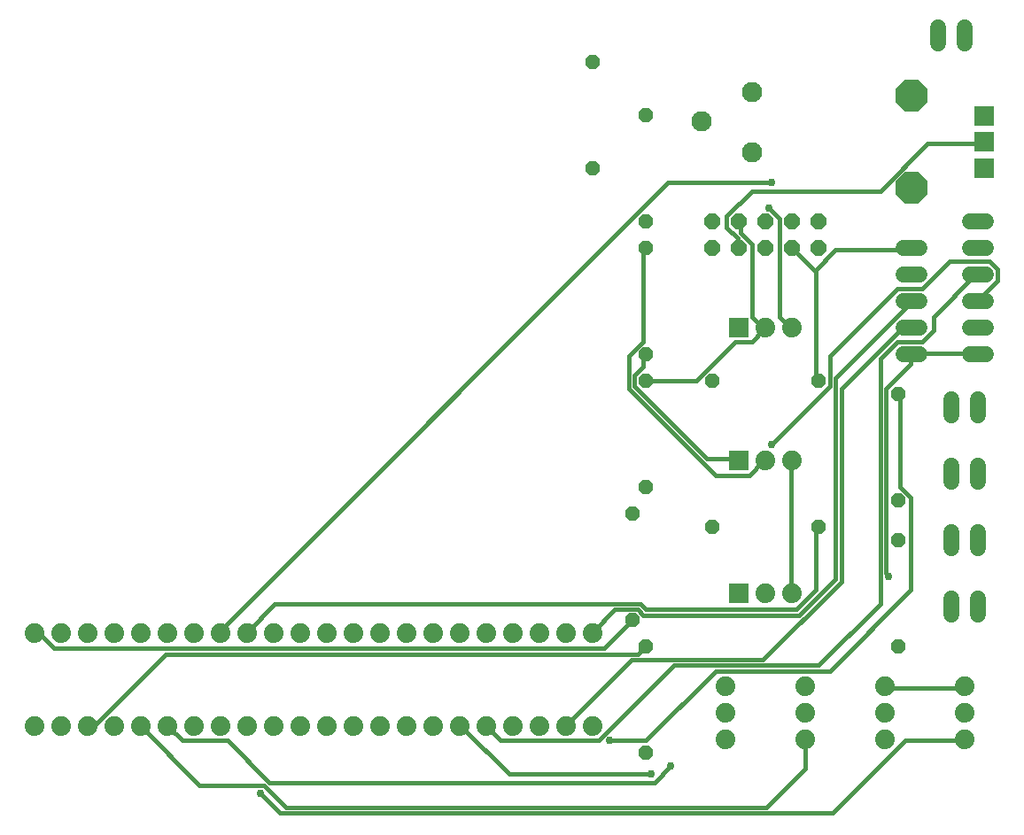
<source format=gbr>
G04 EAGLE Gerber RS-274X export*
G75*
%MOMM*%
%FSLAX34Y34*%
%LPD*%
%INBottom Copper*%
%IPPOS*%
%AMOC8*
5,1,8,0,0,1.08239X$1,22.5*%
G01*
%ADD10C,1.524000*%
%ADD11C,1.879600*%
%ADD12P,1.649562X8X202.500000*%
%ADD13R,1.879600X1.879600*%
%ADD14P,3.247170X8X22.500000*%
%ADD15C,1.950000*%
%ADD16P,1.429621X8X112.500000*%
%ADD17P,1.429621X8X202.500000*%
%ADD18P,1.429621X8X292.500000*%
%ADD19P,1.429621X8X22.500000*%
%ADD20C,0.381000*%
%ADD21C,0.756400*%


D10*
X939800Y208280D02*
X939800Y223520D01*
X965200Y223520D02*
X965200Y208280D01*
X939800Y271780D02*
X939800Y287020D01*
X965200Y287020D02*
X965200Y271780D01*
X939800Y335280D02*
X939800Y350520D01*
X965200Y350520D02*
X965200Y335280D01*
X939800Y398780D02*
X939800Y414020D01*
X965200Y414020D02*
X965200Y398780D01*
D11*
X63500Y101600D03*
X88900Y101600D03*
X114300Y101600D03*
X139700Y101600D03*
X165100Y101600D03*
X190500Y101600D03*
X215900Y101600D03*
X241300Y101600D03*
X266700Y101600D03*
X292100Y101600D03*
X317500Y101600D03*
X342900Y101600D03*
X368300Y101600D03*
X393700Y101600D03*
X419100Y101600D03*
X444500Y101600D03*
X469900Y101600D03*
X495300Y101600D03*
X520700Y101600D03*
X546100Y101600D03*
X571500Y101600D03*
X596900Y101600D03*
X952500Y88900D03*
X952500Y114300D03*
X952500Y139700D03*
X876300Y88900D03*
X876300Y114300D03*
X876300Y139700D03*
X800100Y88900D03*
X800100Y114300D03*
X800100Y139700D03*
X723900Y88900D03*
X723900Y114300D03*
X723900Y139700D03*
X63500Y190500D03*
X88900Y190500D03*
X114300Y190500D03*
X139700Y190500D03*
X165100Y190500D03*
X190500Y190500D03*
X215900Y190500D03*
X241300Y190500D03*
X266700Y190500D03*
X292100Y190500D03*
X317500Y190500D03*
X342900Y190500D03*
X368300Y190500D03*
X393700Y190500D03*
X419100Y190500D03*
X444500Y190500D03*
X469900Y190500D03*
X495300Y190500D03*
X520700Y190500D03*
X546100Y190500D03*
X571500Y190500D03*
X596900Y190500D03*
D10*
X957580Y457200D02*
X972820Y457200D01*
X972820Y482600D02*
X957580Y482600D01*
X957580Y508000D02*
X972820Y508000D01*
X972820Y533400D02*
X957580Y533400D01*
X957580Y558800D02*
X972820Y558800D01*
X972820Y584200D02*
X957580Y584200D01*
X909320Y457200D02*
X894080Y457200D01*
X894080Y482600D02*
X909320Y482600D01*
X909320Y508000D02*
X894080Y508000D01*
X894080Y533400D02*
X909320Y533400D01*
X909320Y558800D02*
X894080Y558800D01*
D12*
X812800Y584200D03*
X812800Y558800D03*
X787400Y584200D03*
X787400Y558800D03*
X762000Y584200D03*
X762000Y558800D03*
X736600Y584200D03*
X736600Y558800D03*
X711200Y584200D03*
X711200Y558800D03*
D13*
X971700Y635400D03*
X971700Y660400D03*
X971700Y685400D03*
D14*
X901700Y616400D03*
X901700Y704400D03*
D10*
X952500Y754380D02*
X952500Y769620D01*
X927100Y769620D02*
X927100Y754380D01*
D13*
X736600Y228600D03*
D11*
X762000Y228600D03*
X787400Y228600D03*
D13*
X736600Y482600D03*
D11*
X762000Y482600D03*
X787400Y482600D03*
D13*
X736600Y355600D03*
D11*
X762000Y355600D03*
X787400Y355600D03*
D15*
X749300Y650400D03*
X749300Y708400D03*
X701300Y680400D03*
D16*
X647700Y76200D03*
X647700Y177800D03*
X635000Y203200D03*
X635000Y304800D03*
X647700Y330200D03*
X647700Y431800D03*
D17*
X812800Y431800D03*
X711200Y431800D03*
D16*
X647700Y457200D03*
X647700Y558800D03*
X889000Y177800D03*
X889000Y279400D03*
X647700Y584200D03*
X647700Y685800D03*
X889000Y317500D03*
X889000Y419100D03*
D18*
X596900Y736600D03*
X596900Y635000D03*
D19*
X711200Y292100D03*
X812800Y292100D03*
D20*
X829437Y434721D02*
X901446Y506730D01*
X829437Y434721D02*
X829437Y242697D01*
X794766Y208026D01*
X645414Y208026D01*
X640080Y213360D01*
X618744Y213360D01*
X597408Y192024D01*
X901446Y506730D02*
X901700Y508000D01*
X597408Y192024D02*
X596900Y190500D01*
X890778Y480060D02*
X901446Y480060D01*
X890778Y480060D02*
X834771Y424053D01*
X834771Y240030D01*
X760095Y165354D01*
X634746Y165354D01*
X573405Y104013D01*
X901446Y480060D02*
X901700Y482600D01*
X573405Y104013D02*
X571500Y101600D01*
X965454Y509397D02*
X984123Y528066D01*
X984123Y538734D01*
X976122Y546735D01*
X938784Y546735D01*
X912114Y520065D01*
X888111Y520065D01*
X824103Y456057D01*
X824103Y426720D01*
X768096Y370713D01*
X965200Y508000D02*
X965454Y509397D01*
D21*
X768096Y370713D03*
D20*
X922782Y493395D02*
X962787Y533400D01*
X922782Y493395D02*
X922782Y480060D01*
X912114Y469392D01*
X888111Y469392D01*
X872109Y453390D01*
X872109Y218694D01*
X813435Y160020D01*
X674751Y160020D01*
X602742Y88011D01*
X509397Y88011D01*
X496062Y101346D01*
X962787Y533400D02*
X965200Y533400D01*
X496062Y101346D02*
X495300Y101600D01*
X517398Y56007D02*
X653415Y56007D01*
X517398Y56007D02*
X472059Y101346D01*
X469900Y101600D01*
D21*
X653415Y56007D03*
D20*
X890778Y330708D02*
X890778Y418719D01*
X890778Y330708D02*
X901446Y320040D01*
X901446Y232029D01*
X824103Y154686D01*
X714756Y154686D01*
X648081Y88011D01*
X613410Y88011D01*
X889000Y419100D02*
X890778Y418719D01*
D21*
X613410Y88011D03*
D20*
X810768Y232029D02*
X810768Y290703D01*
X810768Y232029D02*
X792099Y213360D01*
X648081Y213360D01*
X642747Y218694D01*
X293370Y218694D01*
X266700Y192024D01*
X810768Y290703D02*
X812800Y292100D01*
X266700Y192024D02*
X266700Y190500D01*
X669417Y621411D02*
X768096Y621411D01*
X669417Y621411D02*
X240030Y192024D01*
X241300Y190500D01*
D21*
X768096Y621411D03*
D20*
X896112Y88011D02*
X952119Y88011D01*
X896112Y88011D02*
X826770Y18669D01*
X298704Y18669D01*
X280035Y37338D01*
X952119Y88011D02*
X952500Y88900D01*
D21*
X280035Y37338D03*
D20*
X656082Y48006D02*
X672084Y64008D01*
X656082Y48006D02*
X288036Y48006D01*
X248031Y88011D01*
X205359Y88011D01*
X192024Y101346D01*
X190500Y101600D01*
D21*
X672084Y64008D03*
D20*
X800100Y61341D02*
X800100Y88900D01*
X800100Y61341D02*
X762762Y24003D01*
X304038Y24003D01*
X282702Y45339D01*
X221361Y45339D01*
X165100Y101600D01*
X904113Y458724D02*
X962787Y458724D01*
X904113Y458724D02*
X901700Y457200D01*
X962787Y458724D02*
X965200Y457200D01*
X901446Y456057D02*
X901446Y448056D01*
X877443Y424053D01*
X877443Y248031D01*
X880110Y245364D01*
X901446Y456057D02*
X901700Y457200D01*
X122682Y104013D02*
X114681Y104013D01*
X122682Y104013D02*
X189357Y170688D01*
X640080Y170688D01*
X645414Y176022D01*
X114681Y104013D02*
X114300Y101600D01*
X645414Y176022D02*
X647700Y177800D01*
D21*
X880110Y245364D03*
D20*
X810768Y432054D02*
X810768Y536067D01*
X809435Y537401D02*
X789432Y557403D01*
X809435Y537401D02*
X810768Y536067D01*
X810768Y432054D02*
X812800Y431800D01*
X789432Y557403D02*
X787400Y558800D01*
X829437Y557403D02*
X901446Y557403D01*
X829437Y557403D02*
X809435Y537401D01*
X901446Y557403D02*
X901700Y558800D01*
X877443Y138684D02*
X952119Y138684D01*
X952500Y139700D01*
X877443Y138684D02*
X876300Y139700D01*
X69342Y189357D02*
X64008Y189357D01*
X69342Y189357D02*
X82677Y176022D01*
X608076Y176022D01*
X634746Y202692D01*
X64008Y189357D02*
X63500Y190500D01*
X634746Y202692D02*
X635000Y203200D01*
X645414Y469392D02*
X645414Y557403D01*
X645414Y469392D02*
X632079Y456057D01*
X632079Y424053D01*
X714756Y341376D01*
X746760Y341376D01*
X760095Y354711D01*
X645414Y557403D02*
X647700Y558800D01*
X760095Y354711D02*
X762000Y355600D01*
X736092Y560070D02*
X736092Y568071D01*
X725424Y578739D01*
X725424Y589407D01*
X749427Y613410D01*
X872109Y613410D01*
X917448Y658749D01*
X970788Y658749D01*
X736092Y560070D02*
X736600Y558800D01*
X970788Y658749D02*
X971700Y660400D01*
X696087Y432054D02*
X648081Y432054D01*
X696087Y432054D02*
X733425Y469392D01*
X749427Y469392D01*
X760095Y480060D01*
X648081Y432054D02*
X647700Y431800D01*
X760095Y480060D02*
X762000Y482600D01*
X738759Y573405D02*
X738759Y584073D01*
X738759Y573405D02*
X749427Y562737D01*
X749427Y493395D01*
X760095Y482727D01*
X738759Y584073D02*
X736600Y584200D01*
X760095Y482727D02*
X762000Y482600D01*
X645414Y456057D02*
X645414Y445389D01*
X637413Y437388D01*
X637413Y426720D01*
X706755Y357378D01*
X736092Y357378D01*
X647700Y457200D02*
X645414Y456057D01*
X736092Y357378D02*
X736600Y355600D01*
X786765Y354711D02*
X786765Y229362D01*
X787400Y228600D01*
X786765Y354711D02*
X787400Y355600D01*
X776097Y586740D02*
X765429Y597408D01*
X776097Y586740D02*
X776097Y493395D01*
X786765Y482727D01*
X787400Y482600D01*
D21*
X765429Y597408D03*
M02*

</source>
